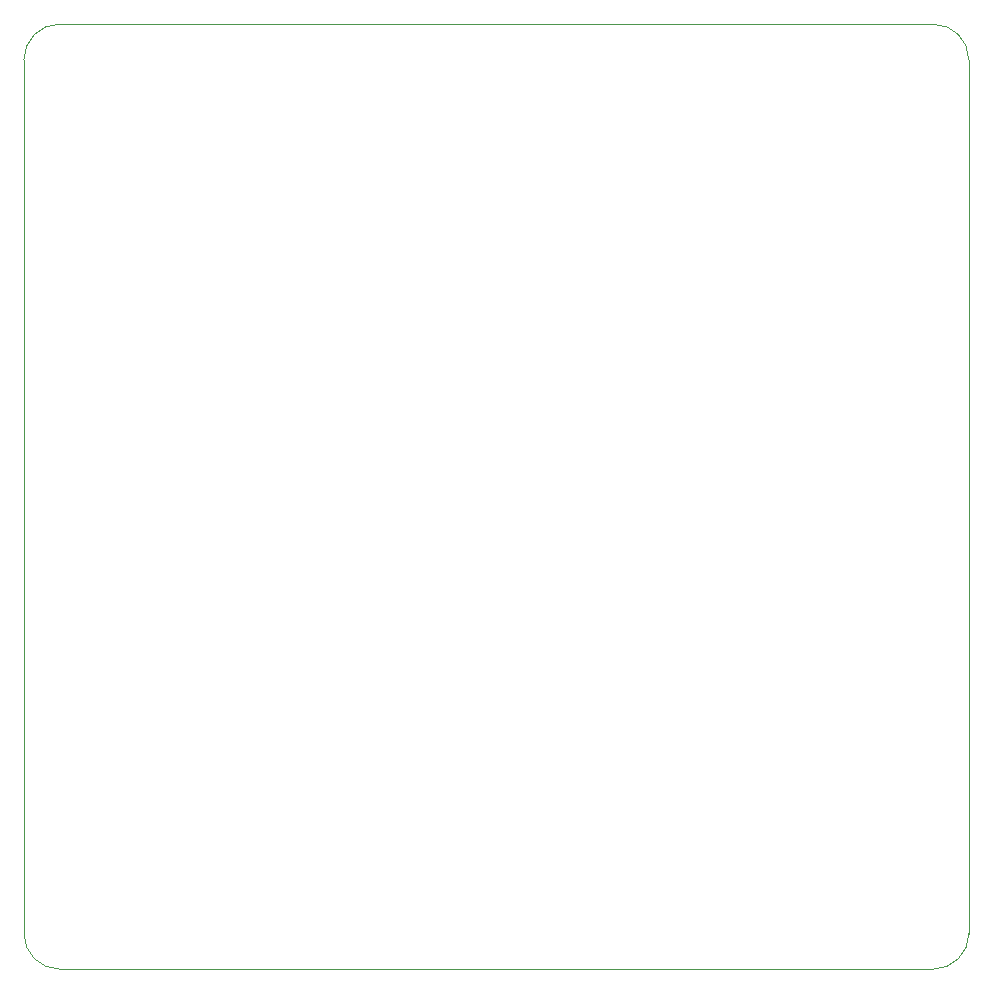
<source format=gm1>
G04 #@! TF.GenerationSoftware,KiCad,Pcbnew,9.0.1*
G04 #@! TF.CreationDate,2025-04-09T16:40:50+02:00*
G04 #@! TF.ProjectId,camera_base,63616d65-7261-45f6-9261-73652e6b6963,rev?*
G04 #@! TF.SameCoordinates,Original*
G04 #@! TF.FileFunction,Profile,NP*
%FSLAX46Y46*%
G04 Gerber Fmt 4.6, Leading zero omitted, Abs format (unit mm)*
G04 Created by KiCad (PCBNEW 9.0.1) date 2025-04-09 16:40:50*
%MOMM*%
%LPD*%
G01*
G04 APERTURE LIST*
G04 #@! TA.AperFunction,Profile*
%ADD10C,0.050000*%
G04 #@! TD*
G04 APERTURE END LIST*
D10*
X133000000Y-93000000D02*
G75*
G02*
X136000000Y-96000000I0J-3000000D01*
G01*
X136000000Y-96000000D02*
X136000000Y-170000000D01*
X136000000Y-170000000D02*
G75*
G02*
X133000000Y-173000000I-3000000J0D01*
G01*
X133000000Y-93000000D02*
X59000000Y-93000000D01*
X56000000Y-170000000D02*
X56000000Y-96000000D01*
X59000000Y-173000000D02*
X133000000Y-173000000D01*
X59000000Y-173000000D02*
G75*
G02*
X56000000Y-170000000I0J3000000D01*
G01*
X56000000Y-96000000D02*
G75*
G02*
X59000000Y-93000000I3000000J0D01*
G01*
M02*

</source>
